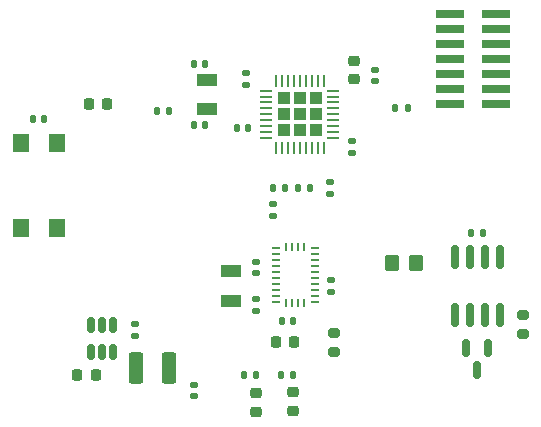
<source format=gbr>
%TF.GenerationSoftware,KiCad,Pcbnew,7.0.1-0*%
%TF.CreationDate,2024-03-03T19:15:34-08:00*%
%TF.ProjectId,BNOCAN,424e4f43-414e-42e6-9b69-6361645f7063,rev?*%
%TF.SameCoordinates,Original*%
%TF.FileFunction,Paste,Top*%
%TF.FilePolarity,Positive*%
%FSLAX46Y46*%
G04 Gerber Fmt 4.6, Leading zero omitted, Abs format (unit mm)*
G04 Created by KiCad (PCBNEW 7.0.1-0) date 2024-03-03 19:15:34*
%MOMM*%
%LPD*%
G01*
G04 APERTURE LIST*
G04 Aperture macros list*
%AMRoundRect*
0 Rectangle with rounded corners*
0 $1 Rounding radius*
0 $2 $3 $4 $5 $6 $7 $8 $9 X,Y pos of 4 corners*
0 Add a 4 corners polygon primitive as box body*
4,1,4,$2,$3,$4,$5,$6,$7,$8,$9,$2,$3,0*
0 Add four circle primitives for the rounded corners*
1,1,$1+$1,$2,$3*
1,1,$1+$1,$4,$5*
1,1,$1+$1,$6,$7*
1,1,$1+$1,$8,$9*
0 Add four rect primitives between the rounded corners*
20,1,$1+$1,$2,$3,$4,$5,0*
20,1,$1+$1,$4,$5,$6,$7,0*
20,1,$1+$1,$6,$7,$8,$9,0*
20,1,$1+$1,$8,$9,$2,$3,0*%
G04 Aperture macros list end*
%ADD10RoundRect,0.250000X-0.300000X-0.300000X0.300000X-0.300000X0.300000X0.300000X-0.300000X0.300000X0*%
%ADD11RoundRect,0.062500X-0.475000X-0.062500X0.475000X-0.062500X0.475000X0.062500X-0.475000X0.062500X0*%
%ADD12RoundRect,0.062500X-0.062500X-0.475000X0.062500X-0.475000X0.062500X0.475000X-0.062500X0.475000X0*%
%ADD13RoundRect,0.218750X0.256250X-0.218750X0.256250X0.218750X-0.256250X0.218750X-0.256250X-0.218750X0*%
%ADD14R,1.800000X1.000000*%
%ADD15RoundRect,0.140000X-0.140000X-0.170000X0.140000X-0.170000X0.140000X0.170000X-0.140000X0.170000X0*%
%ADD16RoundRect,0.150000X-0.150000X0.587500X-0.150000X-0.587500X0.150000X-0.587500X0.150000X0.587500X0*%
%ADD17RoundRect,0.150000X-0.150000X0.825000X-0.150000X-0.825000X0.150000X-0.825000X0.150000X0.825000X0*%
%ADD18RoundRect,0.150000X-0.150000X0.512500X-0.150000X-0.512500X0.150000X-0.512500X0.150000X0.512500X0*%
%ADD19RoundRect,0.135000X-0.135000X-0.185000X0.135000X-0.185000X0.135000X0.185000X-0.135000X0.185000X0*%
%ADD20RoundRect,0.250000X0.350000X0.450000X-0.350000X0.450000X-0.350000X-0.450000X0.350000X-0.450000X0*%
%ADD21RoundRect,0.225000X0.225000X0.250000X-0.225000X0.250000X-0.225000X-0.250000X0.225000X-0.250000X0*%
%ADD22RoundRect,0.140000X0.170000X-0.140000X0.170000X0.140000X-0.170000X0.140000X-0.170000X-0.140000X0*%
%ADD23R,0.675000X0.254000*%
%ADD24R,0.254000X0.675000*%
%ADD25RoundRect,0.135000X0.185000X-0.135000X0.185000X0.135000X-0.185000X0.135000X-0.185000X-0.135000X0*%
%ADD26R,2.400000X0.740000*%
%ADD27RoundRect,0.140000X-0.170000X0.140000X-0.170000X-0.140000X0.170000X-0.140000X0.170000X0.140000X0*%
%ADD28RoundRect,0.250000X-0.375000X-1.075000X0.375000X-1.075000X0.375000X1.075000X-0.375000X1.075000X0*%
%ADD29RoundRect,0.135000X-0.185000X0.135000X-0.185000X-0.135000X0.185000X-0.135000X0.185000X0.135000X0*%
%ADD30RoundRect,0.140000X0.140000X0.170000X-0.140000X0.170000X-0.140000X-0.170000X0.140000X-0.170000X0*%
%ADD31RoundRect,0.225000X0.250000X-0.225000X0.250000X0.225000X-0.250000X0.225000X-0.250000X-0.225000X0*%
%ADD32R,1.400000X1.600000*%
%ADD33RoundRect,0.200000X0.275000X-0.200000X0.275000X0.200000X-0.275000X0.200000X-0.275000X-0.200000X0*%
%ADD34RoundRect,0.135000X0.135000X0.185000X-0.135000X0.185000X-0.135000X-0.185000X0.135000X-0.185000X0*%
%ADD35RoundRect,0.225000X-0.225000X-0.250000X0.225000X-0.250000X0.225000X0.250000X-0.225000X0.250000X0*%
G04 APERTURE END LIST*
D10*
%TO.C,U4*%
X135030000Y-67030000D03*
X135030000Y-68400000D03*
X135030000Y-69770000D03*
X136400000Y-67030000D03*
X136400000Y-68400000D03*
X136400000Y-69770000D03*
X137770000Y-67030000D03*
X137770000Y-68400000D03*
X137770000Y-69770000D03*
D11*
X133562500Y-66400000D03*
X133562500Y-66900000D03*
X133562500Y-67400000D03*
X133562500Y-67900000D03*
X133562500Y-68400000D03*
X133562500Y-68900000D03*
X133562500Y-69400000D03*
X133562500Y-69900000D03*
X133562500Y-70400000D03*
D12*
X134400000Y-71237500D03*
X134900000Y-71237500D03*
X135400000Y-71237500D03*
X135900000Y-71237500D03*
X136400000Y-71237500D03*
X136900000Y-71237500D03*
X137400000Y-71237500D03*
X137900000Y-71237500D03*
X138400000Y-71237500D03*
D11*
X139237500Y-70400000D03*
X139237500Y-69900000D03*
X139237500Y-69400000D03*
X139237500Y-68900000D03*
X139237500Y-68400000D03*
X139237500Y-67900000D03*
X139237500Y-67400000D03*
X139237500Y-66900000D03*
X139237500Y-66400000D03*
D12*
X138400000Y-65562500D03*
X137900000Y-65562500D03*
X137400000Y-65562500D03*
X136900000Y-65562500D03*
X136400000Y-65562500D03*
X135900000Y-65562500D03*
X135400000Y-65562500D03*
X134900000Y-65562500D03*
X134400000Y-65562500D03*
%TD*%
D13*
%TO.C,D1*%
X132700000Y-93575000D03*
X132700000Y-92000000D03*
%TD*%
D14*
%TO.C,Y2*%
X128500000Y-65487500D03*
X128500000Y-67987500D03*
%TD*%
D15*
%TO.C,C14*%
X124320000Y-68100000D03*
X125280000Y-68100000D03*
%TD*%
D16*
%TO.C,D2*%
X152350000Y-88150000D03*
X150450000Y-88150000D03*
X151400000Y-90025000D03*
%TD*%
D17*
%TO.C,U2*%
X153305000Y-80440286D03*
X152035000Y-80440286D03*
X150765000Y-80440286D03*
X149495000Y-80440286D03*
X149495000Y-85390286D03*
X150765000Y-85390286D03*
X152035000Y-85390286D03*
X153305000Y-85390286D03*
%TD*%
D18*
%TO.C,U1*%
X120600000Y-86275000D03*
X119650000Y-86275000D03*
X118700000Y-86275000D03*
X118700000Y-88550000D03*
X119650000Y-88550000D03*
X120600000Y-88550000D03*
%TD*%
D19*
%TO.C,R10*%
X144490000Y-67900000D03*
X145510000Y-67900000D03*
%TD*%
D20*
%TO.C,R16*%
X146200000Y-81025000D03*
X144200000Y-81025000D03*
%TD*%
D13*
%TO.C,D3*%
X135800000Y-93487500D03*
X135800000Y-91912500D03*
%TD*%
D21*
%TO.C,C2*%
X119100000Y-90475000D03*
X117550000Y-90475000D03*
%TD*%
D22*
%TO.C,C17*%
X142750000Y-65610000D03*
X142750000Y-64650000D03*
%TD*%
D19*
%TO.C,R12*%
X134127500Y-74637500D03*
X135147500Y-74637500D03*
%TD*%
D23*
%TO.C,U5*%
X134337500Y-84250000D03*
D24*
X135250000Y-84387500D03*
X135750000Y-84387500D03*
X136250000Y-84387500D03*
X136750000Y-84387500D03*
D23*
X137662500Y-84250000D03*
X137662500Y-83750000D03*
X137662500Y-83250000D03*
X137662500Y-82750000D03*
X137662500Y-82250000D03*
X137662500Y-81750000D03*
X137662500Y-81250000D03*
X137662500Y-80750000D03*
X137662500Y-80250000D03*
X137662500Y-79750000D03*
D24*
X136750000Y-79612500D03*
X136250000Y-79612500D03*
X135750000Y-79612500D03*
X135250000Y-79612500D03*
D23*
X134337500Y-79750000D03*
X134337500Y-80250000D03*
X134337500Y-80750000D03*
X134337500Y-81250000D03*
X134337500Y-81750000D03*
X134337500Y-82250000D03*
X134337500Y-82750000D03*
X134337500Y-83250000D03*
X134337500Y-83750000D03*
%TD*%
D22*
%TO.C,C6*%
X132662500Y-81830000D03*
X132662500Y-80870000D03*
%TD*%
D25*
%TO.C,R9*%
X134100000Y-77010000D03*
X134100000Y-75990000D03*
%TD*%
D26*
%TO.C,J3*%
X153000000Y-67550000D03*
X149100000Y-67550000D03*
X153000000Y-66280000D03*
X149100000Y-66280000D03*
X153000000Y-65010000D03*
X149100000Y-65010000D03*
X153000000Y-63740000D03*
X149100000Y-63740000D03*
X153000000Y-62470000D03*
X149100000Y-62470000D03*
X153000000Y-61200000D03*
X149100000Y-61200000D03*
X153000000Y-59930000D03*
X149100000Y-59930000D03*
%TD*%
D14*
%TO.C,Y1*%
X130562500Y-81700000D03*
X130562500Y-84200000D03*
%TD*%
D27*
%TO.C,C5*%
X132662500Y-84070000D03*
X132662500Y-85030000D03*
%TD*%
%TO.C,C7*%
X139062500Y-82470000D03*
X139062500Y-83430000D03*
%TD*%
D28*
%TO.C,L1*%
X122500000Y-89875000D03*
X125300000Y-89875000D03*
%TD*%
D29*
%TO.C,R11*%
X138987500Y-74127500D03*
X138987500Y-75147500D03*
%TD*%
D15*
%TO.C,C1*%
X150920000Y-78415286D03*
X151880000Y-78415286D03*
%TD*%
D30*
%TO.C,C12*%
X128380000Y-64100000D03*
X127420000Y-64100000D03*
%TD*%
D19*
%TO.C,R13*%
X136227500Y-74637500D03*
X137247500Y-74637500D03*
%TD*%
D31*
%TO.C,C15*%
X141000000Y-65405000D03*
X141000000Y-63855000D03*
%TD*%
D22*
%TO.C,C16*%
X131837500Y-65880000D03*
X131837500Y-64920000D03*
%TD*%
D32*
%TO.C,SW1*%
X112800000Y-78000000D03*
X112800000Y-70800000D03*
X115800000Y-78000000D03*
X115800000Y-70800000D03*
%TD*%
D33*
%TO.C,R15*%
X155300000Y-87025000D03*
X155300000Y-85375000D03*
%TD*%
D30*
%TO.C,C11*%
X128380000Y-69300000D03*
X127420000Y-69300000D03*
%TD*%
D34*
%TO.C,R4*%
X135810000Y-90500000D03*
X134790000Y-90500000D03*
%TD*%
D27*
%TO.C,C4*%
X127400000Y-91315000D03*
X127400000Y-92275000D03*
%TD*%
D22*
%TO.C,C3*%
X122425000Y-87135000D03*
X122425000Y-86175000D03*
%TD*%
D30*
%TO.C,C19*%
X132017500Y-69537500D03*
X131057500Y-69537500D03*
%TD*%
D21*
%TO.C,C9*%
X135900000Y-87700000D03*
X134350000Y-87700000D03*
%TD*%
D30*
%TO.C,C10*%
X114730000Y-68800000D03*
X113770000Y-68800000D03*
%TD*%
D35*
%TO.C,R14*%
X118525000Y-67500000D03*
X120075000Y-67500000D03*
%TD*%
D27*
%TO.C,C18*%
X140825000Y-70695000D03*
X140825000Y-71655000D03*
%TD*%
D19*
%TO.C,R5*%
X131690000Y-90493750D03*
X132710000Y-90493750D03*
%TD*%
D30*
%TO.C,C8*%
X135805000Y-85900000D03*
X134845000Y-85900000D03*
%TD*%
D33*
%TO.C,R17*%
X139250000Y-88550000D03*
X139250000Y-86900000D03*
%TD*%
M02*

</source>
